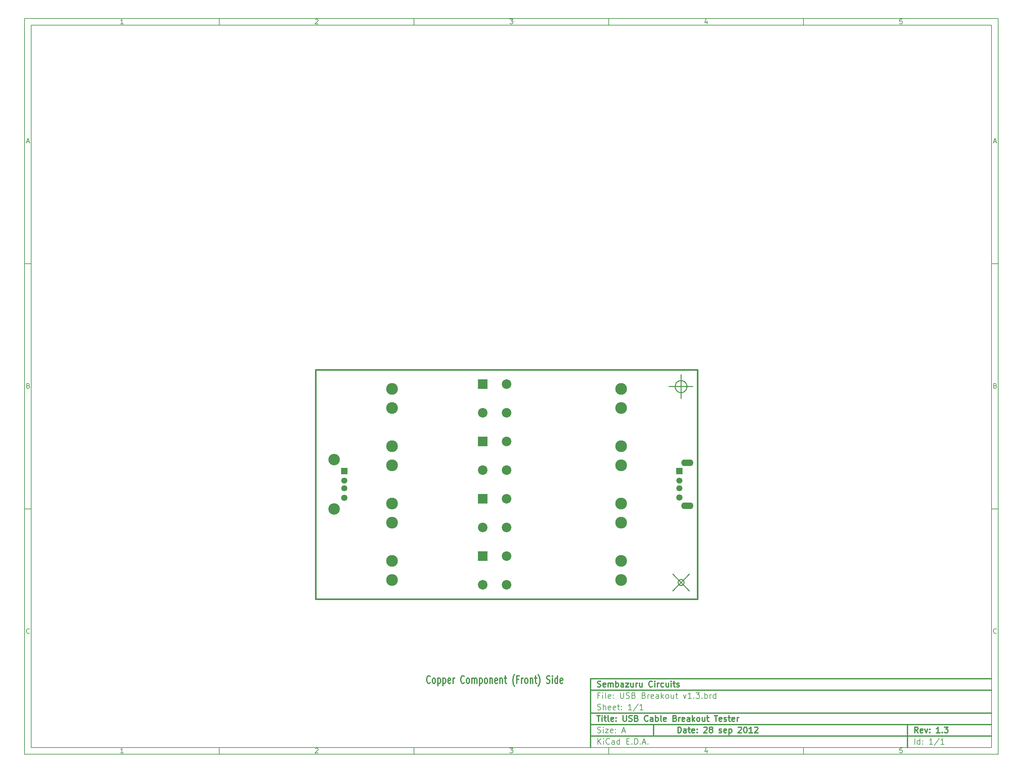
<source format=gtl>
G04 (created by PCBNEW-RS274X (2012-01-19 BZR 3256)-stable) date 28/09/2012 17:59:23*
G01*
G70*
G90*
%MOIN*%
G04 Gerber Fmt 3.4, Leading zero omitted, Abs format*
%FSLAX34Y34*%
G04 APERTURE LIST*
%ADD10C,0.006000*%
%ADD11C,0.012000*%
%ADD12C,0.010000*%
%ADD13C,0.015000*%
%ADD14R,0.100000X0.100000*%
%ADD15C,0.100000*%
%ADD16R,0.066200X0.066200*%
%ADD17O,0.066200X0.059100*%
%ADD18C,0.066200*%
%ADD19O,0.128400X0.069400*%
%ADD20C,0.120600*%
%ADD21C,0.123000*%
G04 APERTURE END LIST*
G54D10*
X-30500Y36750D02*
X71500Y36750D01*
X71500Y-40250D01*
X-30500Y-40250D01*
X-30500Y36750D01*
X-29800Y36050D02*
X70800Y36050D01*
X70800Y-39550D01*
X-29800Y-39550D01*
X-29800Y36050D01*
X-10100Y36750D02*
X-10100Y36050D01*
X-20157Y36198D02*
X-20443Y36198D01*
X-20300Y36198D02*
X-20300Y36698D01*
X-20348Y36626D01*
X-20395Y36579D01*
X-20443Y36555D01*
X-10100Y-40250D02*
X-10100Y-39550D01*
X-20157Y-40102D02*
X-20443Y-40102D01*
X-20300Y-40102D02*
X-20300Y-39602D01*
X-20348Y-39674D01*
X-20395Y-39721D01*
X-20443Y-39745D01*
X10300Y36750D02*
X10300Y36050D01*
X-00043Y36650D02*
X-00019Y36674D01*
X00029Y36698D01*
X00148Y36698D01*
X00195Y36674D01*
X00219Y36650D01*
X00243Y36602D01*
X00243Y36555D01*
X00219Y36483D01*
X-00067Y36198D01*
X00243Y36198D01*
X10300Y-40250D02*
X10300Y-39550D01*
X-00043Y-39650D02*
X-00019Y-39626D01*
X00029Y-39602D01*
X00148Y-39602D01*
X00195Y-39626D01*
X00219Y-39650D01*
X00243Y-39698D01*
X00243Y-39745D01*
X00219Y-39817D01*
X-00067Y-40102D01*
X00243Y-40102D01*
X30700Y36750D02*
X30700Y36050D01*
X20333Y36698D02*
X20643Y36698D01*
X20476Y36507D01*
X20548Y36507D01*
X20595Y36483D01*
X20619Y36460D01*
X20643Y36412D01*
X20643Y36293D01*
X20619Y36245D01*
X20595Y36221D01*
X20548Y36198D01*
X20405Y36198D01*
X20357Y36221D01*
X20333Y36245D01*
X30700Y-40250D02*
X30700Y-39550D01*
X20333Y-39602D02*
X20643Y-39602D01*
X20476Y-39793D01*
X20548Y-39793D01*
X20595Y-39817D01*
X20619Y-39840D01*
X20643Y-39888D01*
X20643Y-40007D01*
X20619Y-40055D01*
X20595Y-40079D01*
X20548Y-40102D01*
X20405Y-40102D01*
X20357Y-40079D01*
X20333Y-40055D01*
X51100Y36750D02*
X51100Y36050D01*
X40995Y36531D02*
X40995Y36198D01*
X40876Y36721D02*
X40757Y36364D01*
X41067Y36364D01*
X51100Y-40250D02*
X51100Y-39550D01*
X40995Y-39769D02*
X40995Y-40102D01*
X40876Y-39579D02*
X40757Y-39936D01*
X41067Y-39936D01*
X61419Y36698D02*
X61181Y36698D01*
X61157Y36460D01*
X61181Y36483D01*
X61229Y36507D01*
X61348Y36507D01*
X61395Y36483D01*
X61419Y36460D01*
X61443Y36412D01*
X61443Y36293D01*
X61419Y36245D01*
X61395Y36221D01*
X61348Y36198D01*
X61229Y36198D01*
X61181Y36221D01*
X61157Y36245D01*
X61419Y-39602D02*
X61181Y-39602D01*
X61157Y-39840D01*
X61181Y-39817D01*
X61229Y-39793D01*
X61348Y-39793D01*
X61395Y-39817D01*
X61419Y-39840D01*
X61443Y-39888D01*
X61443Y-40007D01*
X61419Y-40055D01*
X61395Y-40079D01*
X61348Y-40102D01*
X61229Y-40102D01*
X61181Y-40079D01*
X61157Y-40055D01*
X-30500Y11090D02*
X-29800Y11090D01*
X-30269Y23860D02*
X-30031Y23860D01*
X-30316Y23718D02*
X-30150Y24218D01*
X-29983Y23718D01*
X71500Y11090D02*
X70800Y11090D01*
X71031Y23860D02*
X71269Y23860D01*
X70984Y23718D02*
X71150Y24218D01*
X71317Y23718D01*
X-30500Y-14570D02*
X-29800Y-14570D01*
X-30114Y-01680D02*
X-30043Y-01704D01*
X-30019Y-01728D01*
X-29995Y-01776D01*
X-29995Y-01847D01*
X-30019Y-01895D01*
X-30043Y-01919D01*
X-30090Y-01942D01*
X-30281Y-01942D01*
X-30281Y-01442D01*
X-30114Y-01442D01*
X-30067Y-01466D01*
X-30043Y-01490D01*
X-30019Y-01538D01*
X-30019Y-01585D01*
X-30043Y-01633D01*
X-30067Y-01657D01*
X-30114Y-01680D01*
X-30281Y-01680D01*
X71500Y-14570D02*
X70800Y-14570D01*
X71186Y-01680D02*
X71257Y-01704D01*
X71281Y-01728D01*
X71305Y-01776D01*
X71305Y-01847D01*
X71281Y-01895D01*
X71257Y-01919D01*
X71210Y-01942D01*
X71019Y-01942D01*
X71019Y-01442D01*
X71186Y-01442D01*
X71233Y-01466D01*
X71257Y-01490D01*
X71281Y-01538D01*
X71281Y-01585D01*
X71257Y-01633D01*
X71233Y-01657D01*
X71186Y-01680D01*
X71019Y-01680D01*
X-29995Y-27555D02*
X-30019Y-27579D01*
X-30090Y-27602D01*
X-30138Y-27602D01*
X-30210Y-27579D01*
X-30257Y-27531D01*
X-30281Y-27483D01*
X-30305Y-27388D01*
X-30305Y-27317D01*
X-30281Y-27221D01*
X-30257Y-27174D01*
X-30210Y-27126D01*
X-30138Y-27102D01*
X-30090Y-27102D01*
X-30019Y-27126D01*
X-29995Y-27150D01*
X71305Y-27555D02*
X71281Y-27579D01*
X71210Y-27602D01*
X71162Y-27602D01*
X71090Y-27579D01*
X71043Y-27531D01*
X71019Y-27483D01*
X70995Y-27388D01*
X70995Y-27317D01*
X71019Y-27221D01*
X71043Y-27174D01*
X71090Y-27126D01*
X71162Y-27102D01*
X71210Y-27102D01*
X71281Y-27126D01*
X71305Y-27150D01*
G54D11*
X37943Y-37993D02*
X37943Y-37393D01*
X38086Y-37393D01*
X38171Y-37421D01*
X38229Y-37479D01*
X38257Y-37536D01*
X38286Y-37650D01*
X38286Y-37736D01*
X38257Y-37850D01*
X38229Y-37907D01*
X38171Y-37964D01*
X38086Y-37993D01*
X37943Y-37993D01*
X38800Y-37993D02*
X38800Y-37679D01*
X38771Y-37621D01*
X38714Y-37593D01*
X38600Y-37593D01*
X38543Y-37621D01*
X38800Y-37964D02*
X38743Y-37993D01*
X38600Y-37993D01*
X38543Y-37964D01*
X38514Y-37907D01*
X38514Y-37850D01*
X38543Y-37793D01*
X38600Y-37764D01*
X38743Y-37764D01*
X38800Y-37736D01*
X39000Y-37593D02*
X39229Y-37593D01*
X39086Y-37393D02*
X39086Y-37907D01*
X39114Y-37964D01*
X39172Y-37993D01*
X39229Y-37993D01*
X39657Y-37964D02*
X39600Y-37993D01*
X39486Y-37993D01*
X39429Y-37964D01*
X39400Y-37907D01*
X39400Y-37679D01*
X39429Y-37621D01*
X39486Y-37593D01*
X39600Y-37593D01*
X39657Y-37621D01*
X39686Y-37679D01*
X39686Y-37736D01*
X39400Y-37793D01*
X39943Y-37936D02*
X39971Y-37964D01*
X39943Y-37993D01*
X39914Y-37964D01*
X39943Y-37936D01*
X39943Y-37993D01*
X39943Y-37621D02*
X39971Y-37650D01*
X39943Y-37679D01*
X39914Y-37650D01*
X39943Y-37621D01*
X39943Y-37679D01*
X40657Y-37450D02*
X40686Y-37421D01*
X40743Y-37393D01*
X40886Y-37393D01*
X40943Y-37421D01*
X40972Y-37450D01*
X41000Y-37507D01*
X41000Y-37564D01*
X40972Y-37650D01*
X40629Y-37993D01*
X41000Y-37993D01*
X41343Y-37650D02*
X41285Y-37621D01*
X41257Y-37593D01*
X41228Y-37536D01*
X41228Y-37507D01*
X41257Y-37450D01*
X41285Y-37421D01*
X41343Y-37393D01*
X41457Y-37393D01*
X41514Y-37421D01*
X41543Y-37450D01*
X41571Y-37507D01*
X41571Y-37536D01*
X41543Y-37593D01*
X41514Y-37621D01*
X41457Y-37650D01*
X41343Y-37650D01*
X41285Y-37679D01*
X41257Y-37707D01*
X41228Y-37764D01*
X41228Y-37879D01*
X41257Y-37936D01*
X41285Y-37964D01*
X41343Y-37993D01*
X41457Y-37993D01*
X41514Y-37964D01*
X41543Y-37936D01*
X41571Y-37879D01*
X41571Y-37764D01*
X41543Y-37707D01*
X41514Y-37679D01*
X41457Y-37650D01*
X42256Y-37964D02*
X42313Y-37993D01*
X42428Y-37993D01*
X42485Y-37964D01*
X42513Y-37907D01*
X42513Y-37879D01*
X42485Y-37821D01*
X42428Y-37793D01*
X42342Y-37793D01*
X42285Y-37764D01*
X42256Y-37707D01*
X42256Y-37679D01*
X42285Y-37621D01*
X42342Y-37593D01*
X42428Y-37593D01*
X42485Y-37621D01*
X42999Y-37964D02*
X42942Y-37993D01*
X42828Y-37993D01*
X42771Y-37964D01*
X42742Y-37907D01*
X42742Y-37679D01*
X42771Y-37621D01*
X42828Y-37593D01*
X42942Y-37593D01*
X42999Y-37621D01*
X43028Y-37679D01*
X43028Y-37736D01*
X42742Y-37793D01*
X43285Y-37593D02*
X43285Y-38193D01*
X43285Y-37621D02*
X43342Y-37593D01*
X43456Y-37593D01*
X43513Y-37621D01*
X43542Y-37650D01*
X43571Y-37707D01*
X43571Y-37879D01*
X43542Y-37936D01*
X43513Y-37964D01*
X43456Y-37993D01*
X43342Y-37993D01*
X43285Y-37964D01*
X44256Y-37450D02*
X44285Y-37421D01*
X44342Y-37393D01*
X44485Y-37393D01*
X44542Y-37421D01*
X44571Y-37450D01*
X44599Y-37507D01*
X44599Y-37564D01*
X44571Y-37650D01*
X44228Y-37993D01*
X44599Y-37993D01*
X44970Y-37393D02*
X45027Y-37393D01*
X45084Y-37421D01*
X45113Y-37450D01*
X45142Y-37507D01*
X45170Y-37621D01*
X45170Y-37764D01*
X45142Y-37879D01*
X45113Y-37936D01*
X45084Y-37964D01*
X45027Y-37993D01*
X44970Y-37993D01*
X44913Y-37964D01*
X44884Y-37936D01*
X44856Y-37879D01*
X44827Y-37764D01*
X44827Y-37621D01*
X44856Y-37507D01*
X44884Y-37450D01*
X44913Y-37421D01*
X44970Y-37393D01*
X45741Y-37993D02*
X45398Y-37993D01*
X45570Y-37993D02*
X45570Y-37393D01*
X45513Y-37479D01*
X45455Y-37536D01*
X45398Y-37564D01*
X45969Y-37450D02*
X45998Y-37421D01*
X46055Y-37393D01*
X46198Y-37393D01*
X46255Y-37421D01*
X46284Y-37450D01*
X46312Y-37507D01*
X46312Y-37564D01*
X46284Y-37650D01*
X45941Y-37993D01*
X46312Y-37993D01*
G54D10*
X29543Y-39193D02*
X29543Y-38593D01*
X29886Y-39193D02*
X29629Y-38850D01*
X29886Y-38593D02*
X29543Y-38936D01*
X30143Y-39193D02*
X30143Y-38793D01*
X30143Y-38593D02*
X30114Y-38621D01*
X30143Y-38650D01*
X30171Y-38621D01*
X30143Y-38593D01*
X30143Y-38650D01*
X30772Y-39136D02*
X30743Y-39164D01*
X30657Y-39193D01*
X30600Y-39193D01*
X30515Y-39164D01*
X30457Y-39107D01*
X30429Y-39050D01*
X30400Y-38936D01*
X30400Y-38850D01*
X30429Y-38736D01*
X30457Y-38679D01*
X30515Y-38621D01*
X30600Y-38593D01*
X30657Y-38593D01*
X30743Y-38621D01*
X30772Y-38650D01*
X31286Y-39193D02*
X31286Y-38879D01*
X31257Y-38821D01*
X31200Y-38793D01*
X31086Y-38793D01*
X31029Y-38821D01*
X31286Y-39164D02*
X31229Y-39193D01*
X31086Y-39193D01*
X31029Y-39164D01*
X31000Y-39107D01*
X31000Y-39050D01*
X31029Y-38993D01*
X31086Y-38964D01*
X31229Y-38964D01*
X31286Y-38936D01*
X31829Y-39193D02*
X31829Y-38593D01*
X31829Y-39164D02*
X31772Y-39193D01*
X31658Y-39193D01*
X31600Y-39164D01*
X31572Y-39136D01*
X31543Y-39079D01*
X31543Y-38907D01*
X31572Y-38850D01*
X31600Y-38821D01*
X31658Y-38793D01*
X31772Y-38793D01*
X31829Y-38821D01*
X32572Y-38879D02*
X32772Y-38879D01*
X32858Y-39193D02*
X32572Y-39193D01*
X32572Y-38593D01*
X32858Y-38593D01*
X33115Y-39136D02*
X33143Y-39164D01*
X33115Y-39193D01*
X33086Y-39164D01*
X33115Y-39136D01*
X33115Y-39193D01*
X33401Y-39193D02*
X33401Y-38593D01*
X33544Y-38593D01*
X33629Y-38621D01*
X33687Y-38679D01*
X33715Y-38736D01*
X33744Y-38850D01*
X33744Y-38936D01*
X33715Y-39050D01*
X33687Y-39107D01*
X33629Y-39164D01*
X33544Y-39193D01*
X33401Y-39193D01*
X34001Y-39136D02*
X34029Y-39164D01*
X34001Y-39193D01*
X33972Y-39164D01*
X34001Y-39136D01*
X34001Y-39193D01*
X34258Y-39021D02*
X34544Y-39021D01*
X34201Y-39193D02*
X34401Y-38593D01*
X34601Y-39193D01*
X34801Y-39136D02*
X34829Y-39164D01*
X34801Y-39193D01*
X34772Y-39164D01*
X34801Y-39136D01*
X34801Y-39193D01*
G54D11*
X63086Y-37993D02*
X62886Y-37707D01*
X62743Y-37993D02*
X62743Y-37393D01*
X62971Y-37393D01*
X63029Y-37421D01*
X63057Y-37450D01*
X63086Y-37507D01*
X63086Y-37593D01*
X63057Y-37650D01*
X63029Y-37679D01*
X62971Y-37707D01*
X62743Y-37707D01*
X63571Y-37964D02*
X63514Y-37993D01*
X63400Y-37993D01*
X63343Y-37964D01*
X63314Y-37907D01*
X63314Y-37679D01*
X63343Y-37621D01*
X63400Y-37593D01*
X63514Y-37593D01*
X63571Y-37621D01*
X63600Y-37679D01*
X63600Y-37736D01*
X63314Y-37793D01*
X63800Y-37593D02*
X63943Y-37993D01*
X64085Y-37593D01*
X64314Y-37936D02*
X64342Y-37964D01*
X64314Y-37993D01*
X64285Y-37964D01*
X64314Y-37936D01*
X64314Y-37993D01*
X64314Y-37621D02*
X64342Y-37650D01*
X64314Y-37679D01*
X64285Y-37650D01*
X64314Y-37621D01*
X64314Y-37679D01*
X65371Y-37993D02*
X65028Y-37993D01*
X65200Y-37993D02*
X65200Y-37393D01*
X65143Y-37479D01*
X65085Y-37536D01*
X65028Y-37564D01*
X65628Y-37936D02*
X65656Y-37964D01*
X65628Y-37993D01*
X65599Y-37964D01*
X65628Y-37936D01*
X65628Y-37993D01*
X65857Y-37393D02*
X66228Y-37393D01*
X66028Y-37621D01*
X66114Y-37621D01*
X66171Y-37650D01*
X66200Y-37679D01*
X66228Y-37736D01*
X66228Y-37879D01*
X66200Y-37936D01*
X66171Y-37964D01*
X66114Y-37993D01*
X65942Y-37993D01*
X65885Y-37964D01*
X65857Y-37936D01*
G54D10*
X29514Y-37964D02*
X29600Y-37993D01*
X29743Y-37993D01*
X29800Y-37964D01*
X29829Y-37936D01*
X29857Y-37879D01*
X29857Y-37821D01*
X29829Y-37764D01*
X29800Y-37736D01*
X29743Y-37707D01*
X29629Y-37679D01*
X29571Y-37650D01*
X29543Y-37621D01*
X29514Y-37564D01*
X29514Y-37507D01*
X29543Y-37450D01*
X29571Y-37421D01*
X29629Y-37393D01*
X29771Y-37393D01*
X29857Y-37421D01*
X30114Y-37993D02*
X30114Y-37593D01*
X30114Y-37393D02*
X30085Y-37421D01*
X30114Y-37450D01*
X30142Y-37421D01*
X30114Y-37393D01*
X30114Y-37450D01*
X30343Y-37593D02*
X30657Y-37593D01*
X30343Y-37993D01*
X30657Y-37993D01*
X31114Y-37964D02*
X31057Y-37993D01*
X30943Y-37993D01*
X30886Y-37964D01*
X30857Y-37907D01*
X30857Y-37679D01*
X30886Y-37621D01*
X30943Y-37593D01*
X31057Y-37593D01*
X31114Y-37621D01*
X31143Y-37679D01*
X31143Y-37736D01*
X30857Y-37793D01*
X31400Y-37936D02*
X31428Y-37964D01*
X31400Y-37993D01*
X31371Y-37964D01*
X31400Y-37936D01*
X31400Y-37993D01*
X31400Y-37621D02*
X31428Y-37650D01*
X31400Y-37679D01*
X31371Y-37650D01*
X31400Y-37621D01*
X31400Y-37679D01*
X32114Y-37821D02*
X32400Y-37821D01*
X32057Y-37993D02*
X32257Y-37393D01*
X32457Y-37993D01*
X62743Y-39193D02*
X62743Y-38593D01*
X63286Y-39193D02*
X63286Y-38593D01*
X63286Y-39164D02*
X63229Y-39193D01*
X63115Y-39193D01*
X63057Y-39164D01*
X63029Y-39136D01*
X63000Y-39079D01*
X63000Y-38907D01*
X63029Y-38850D01*
X63057Y-38821D01*
X63115Y-38793D01*
X63229Y-38793D01*
X63286Y-38821D01*
X63572Y-39136D02*
X63600Y-39164D01*
X63572Y-39193D01*
X63543Y-39164D01*
X63572Y-39136D01*
X63572Y-39193D01*
X63572Y-38821D02*
X63600Y-38850D01*
X63572Y-38879D01*
X63543Y-38850D01*
X63572Y-38821D01*
X63572Y-38879D01*
X64629Y-39193D02*
X64286Y-39193D01*
X64458Y-39193D02*
X64458Y-38593D01*
X64401Y-38679D01*
X64343Y-38736D01*
X64286Y-38764D01*
X65314Y-38564D02*
X64800Y-39336D01*
X65829Y-39193D02*
X65486Y-39193D01*
X65658Y-39193D02*
X65658Y-38593D01*
X65601Y-38679D01*
X65543Y-38736D01*
X65486Y-38764D01*
G54D11*
X29457Y-36193D02*
X29800Y-36193D01*
X29629Y-36793D02*
X29629Y-36193D01*
X30000Y-36793D02*
X30000Y-36393D01*
X30000Y-36193D02*
X29971Y-36221D01*
X30000Y-36250D01*
X30028Y-36221D01*
X30000Y-36193D01*
X30000Y-36250D01*
X30200Y-36393D02*
X30429Y-36393D01*
X30286Y-36193D02*
X30286Y-36707D01*
X30314Y-36764D01*
X30372Y-36793D01*
X30429Y-36793D01*
X30715Y-36793D02*
X30657Y-36764D01*
X30629Y-36707D01*
X30629Y-36193D01*
X31171Y-36764D02*
X31114Y-36793D01*
X31000Y-36793D01*
X30943Y-36764D01*
X30914Y-36707D01*
X30914Y-36479D01*
X30943Y-36421D01*
X31000Y-36393D01*
X31114Y-36393D01*
X31171Y-36421D01*
X31200Y-36479D01*
X31200Y-36536D01*
X30914Y-36593D01*
X31457Y-36736D02*
X31485Y-36764D01*
X31457Y-36793D01*
X31428Y-36764D01*
X31457Y-36736D01*
X31457Y-36793D01*
X31457Y-36421D02*
X31485Y-36450D01*
X31457Y-36479D01*
X31428Y-36450D01*
X31457Y-36421D01*
X31457Y-36479D01*
X32200Y-36193D02*
X32200Y-36679D01*
X32228Y-36736D01*
X32257Y-36764D01*
X32314Y-36793D01*
X32428Y-36793D01*
X32486Y-36764D01*
X32514Y-36736D01*
X32543Y-36679D01*
X32543Y-36193D01*
X32800Y-36764D02*
X32886Y-36793D01*
X33029Y-36793D01*
X33086Y-36764D01*
X33115Y-36736D01*
X33143Y-36679D01*
X33143Y-36621D01*
X33115Y-36564D01*
X33086Y-36536D01*
X33029Y-36507D01*
X32915Y-36479D01*
X32857Y-36450D01*
X32829Y-36421D01*
X32800Y-36364D01*
X32800Y-36307D01*
X32829Y-36250D01*
X32857Y-36221D01*
X32915Y-36193D01*
X33057Y-36193D01*
X33143Y-36221D01*
X33600Y-36479D02*
X33686Y-36507D01*
X33714Y-36536D01*
X33743Y-36593D01*
X33743Y-36679D01*
X33714Y-36736D01*
X33686Y-36764D01*
X33628Y-36793D01*
X33400Y-36793D01*
X33400Y-36193D01*
X33600Y-36193D01*
X33657Y-36221D01*
X33686Y-36250D01*
X33714Y-36307D01*
X33714Y-36364D01*
X33686Y-36421D01*
X33657Y-36450D01*
X33600Y-36479D01*
X33400Y-36479D01*
X34800Y-36736D02*
X34771Y-36764D01*
X34685Y-36793D01*
X34628Y-36793D01*
X34543Y-36764D01*
X34485Y-36707D01*
X34457Y-36650D01*
X34428Y-36536D01*
X34428Y-36450D01*
X34457Y-36336D01*
X34485Y-36279D01*
X34543Y-36221D01*
X34628Y-36193D01*
X34685Y-36193D01*
X34771Y-36221D01*
X34800Y-36250D01*
X35314Y-36793D02*
X35314Y-36479D01*
X35285Y-36421D01*
X35228Y-36393D01*
X35114Y-36393D01*
X35057Y-36421D01*
X35314Y-36764D02*
X35257Y-36793D01*
X35114Y-36793D01*
X35057Y-36764D01*
X35028Y-36707D01*
X35028Y-36650D01*
X35057Y-36593D01*
X35114Y-36564D01*
X35257Y-36564D01*
X35314Y-36536D01*
X35600Y-36793D02*
X35600Y-36193D01*
X35600Y-36421D02*
X35657Y-36393D01*
X35771Y-36393D01*
X35828Y-36421D01*
X35857Y-36450D01*
X35886Y-36507D01*
X35886Y-36679D01*
X35857Y-36736D01*
X35828Y-36764D01*
X35771Y-36793D01*
X35657Y-36793D01*
X35600Y-36764D01*
X36229Y-36793D02*
X36171Y-36764D01*
X36143Y-36707D01*
X36143Y-36193D01*
X36685Y-36764D02*
X36628Y-36793D01*
X36514Y-36793D01*
X36457Y-36764D01*
X36428Y-36707D01*
X36428Y-36479D01*
X36457Y-36421D01*
X36514Y-36393D01*
X36628Y-36393D01*
X36685Y-36421D01*
X36714Y-36479D01*
X36714Y-36536D01*
X36428Y-36593D01*
X37628Y-36479D02*
X37714Y-36507D01*
X37742Y-36536D01*
X37771Y-36593D01*
X37771Y-36679D01*
X37742Y-36736D01*
X37714Y-36764D01*
X37656Y-36793D01*
X37428Y-36793D01*
X37428Y-36193D01*
X37628Y-36193D01*
X37685Y-36221D01*
X37714Y-36250D01*
X37742Y-36307D01*
X37742Y-36364D01*
X37714Y-36421D01*
X37685Y-36450D01*
X37628Y-36479D01*
X37428Y-36479D01*
X38028Y-36793D02*
X38028Y-36393D01*
X38028Y-36507D02*
X38056Y-36450D01*
X38085Y-36421D01*
X38142Y-36393D01*
X38199Y-36393D01*
X38627Y-36764D02*
X38570Y-36793D01*
X38456Y-36793D01*
X38399Y-36764D01*
X38370Y-36707D01*
X38370Y-36479D01*
X38399Y-36421D01*
X38456Y-36393D01*
X38570Y-36393D01*
X38627Y-36421D01*
X38656Y-36479D01*
X38656Y-36536D01*
X38370Y-36593D01*
X39170Y-36793D02*
X39170Y-36479D01*
X39141Y-36421D01*
X39084Y-36393D01*
X38970Y-36393D01*
X38913Y-36421D01*
X39170Y-36764D02*
X39113Y-36793D01*
X38970Y-36793D01*
X38913Y-36764D01*
X38884Y-36707D01*
X38884Y-36650D01*
X38913Y-36593D01*
X38970Y-36564D01*
X39113Y-36564D01*
X39170Y-36536D01*
X39456Y-36793D02*
X39456Y-36193D01*
X39513Y-36564D02*
X39684Y-36793D01*
X39684Y-36393D02*
X39456Y-36621D01*
X40028Y-36793D02*
X39970Y-36764D01*
X39942Y-36736D01*
X39913Y-36679D01*
X39913Y-36507D01*
X39942Y-36450D01*
X39970Y-36421D01*
X40028Y-36393D01*
X40113Y-36393D01*
X40170Y-36421D01*
X40199Y-36450D01*
X40228Y-36507D01*
X40228Y-36679D01*
X40199Y-36736D01*
X40170Y-36764D01*
X40113Y-36793D01*
X40028Y-36793D01*
X40742Y-36393D02*
X40742Y-36793D01*
X40485Y-36393D02*
X40485Y-36707D01*
X40513Y-36764D01*
X40571Y-36793D01*
X40656Y-36793D01*
X40713Y-36764D01*
X40742Y-36736D01*
X40942Y-36393D02*
X41171Y-36393D01*
X41028Y-36193D02*
X41028Y-36707D01*
X41056Y-36764D01*
X41114Y-36793D01*
X41171Y-36793D01*
X41742Y-36193D02*
X42085Y-36193D01*
X41914Y-36793D02*
X41914Y-36193D01*
X42513Y-36764D02*
X42456Y-36793D01*
X42342Y-36793D01*
X42285Y-36764D01*
X42256Y-36707D01*
X42256Y-36479D01*
X42285Y-36421D01*
X42342Y-36393D01*
X42456Y-36393D01*
X42513Y-36421D01*
X42542Y-36479D01*
X42542Y-36536D01*
X42256Y-36593D01*
X42770Y-36764D02*
X42827Y-36793D01*
X42942Y-36793D01*
X42999Y-36764D01*
X43027Y-36707D01*
X43027Y-36679D01*
X42999Y-36621D01*
X42942Y-36593D01*
X42856Y-36593D01*
X42799Y-36564D01*
X42770Y-36507D01*
X42770Y-36479D01*
X42799Y-36421D01*
X42856Y-36393D01*
X42942Y-36393D01*
X42999Y-36421D01*
X43199Y-36393D02*
X43428Y-36393D01*
X43285Y-36193D02*
X43285Y-36707D01*
X43313Y-36764D01*
X43371Y-36793D01*
X43428Y-36793D01*
X43856Y-36764D02*
X43799Y-36793D01*
X43685Y-36793D01*
X43628Y-36764D01*
X43599Y-36707D01*
X43599Y-36479D01*
X43628Y-36421D01*
X43685Y-36393D01*
X43799Y-36393D01*
X43856Y-36421D01*
X43885Y-36479D01*
X43885Y-36536D01*
X43599Y-36593D01*
X44142Y-36793D02*
X44142Y-36393D01*
X44142Y-36507D02*
X44170Y-36450D01*
X44199Y-36421D01*
X44256Y-36393D01*
X44313Y-36393D01*
G54D10*
X29743Y-34079D02*
X29543Y-34079D01*
X29543Y-34393D02*
X29543Y-33793D01*
X29829Y-33793D01*
X30057Y-34393D02*
X30057Y-33993D01*
X30057Y-33793D02*
X30028Y-33821D01*
X30057Y-33850D01*
X30085Y-33821D01*
X30057Y-33793D01*
X30057Y-33850D01*
X30429Y-34393D02*
X30371Y-34364D01*
X30343Y-34307D01*
X30343Y-33793D01*
X30885Y-34364D02*
X30828Y-34393D01*
X30714Y-34393D01*
X30657Y-34364D01*
X30628Y-34307D01*
X30628Y-34079D01*
X30657Y-34021D01*
X30714Y-33993D01*
X30828Y-33993D01*
X30885Y-34021D01*
X30914Y-34079D01*
X30914Y-34136D01*
X30628Y-34193D01*
X31171Y-34336D02*
X31199Y-34364D01*
X31171Y-34393D01*
X31142Y-34364D01*
X31171Y-34336D01*
X31171Y-34393D01*
X31171Y-34021D02*
X31199Y-34050D01*
X31171Y-34079D01*
X31142Y-34050D01*
X31171Y-34021D01*
X31171Y-34079D01*
X31914Y-33793D02*
X31914Y-34279D01*
X31942Y-34336D01*
X31971Y-34364D01*
X32028Y-34393D01*
X32142Y-34393D01*
X32200Y-34364D01*
X32228Y-34336D01*
X32257Y-34279D01*
X32257Y-33793D01*
X32514Y-34364D02*
X32600Y-34393D01*
X32743Y-34393D01*
X32800Y-34364D01*
X32829Y-34336D01*
X32857Y-34279D01*
X32857Y-34221D01*
X32829Y-34164D01*
X32800Y-34136D01*
X32743Y-34107D01*
X32629Y-34079D01*
X32571Y-34050D01*
X32543Y-34021D01*
X32514Y-33964D01*
X32514Y-33907D01*
X32543Y-33850D01*
X32571Y-33821D01*
X32629Y-33793D01*
X32771Y-33793D01*
X32857Y-33821D01*
X33314Y-34079D02*
X33400Y-34107D01*
X33428Y-34136D01*
X33457Y-34193D01*
X33457Y-34279D01*
X33428Y-34336D01*
X33400Y-34364D01*
X33342Y-34393D01*
X33114Y-34393D01*
X33114Y-33793D01*
X33314Y-33793D01*
X33371Y-33821D01*
X33400Y-33850D01*
X33428Y-33907D01*
X33428Y-33964D01*
X33400Y-34021D01*
X33371Y-34050D01*
X33314Y-34079D01*
X33114Y-34079D01*
X34371Y-34079D02*
X34457Y-34107D01*
X34485Y-34136D01*
X34514Y-34193D01*
X34514Y-34279D01*
X34485Y-34336D01*
X34457Y-34364D01*
X34399Y-34393D01*
X34171Y-34393D01*
X34171Y-33793D01*
X34371Y-33793D01*
X34428Y-33821D01*
X34457Y-33850D01*
X34485Y-33907D01*
X34485Y-33964D01*
X34457Y-34021D01*
X34428Y-34050D01*
X34371Y-34079D01*
X34171Y-34079D01*
X34771Y-34393D02*
X34771Y-33993D01*
X34771Y-34107D02*
X34799Y-34050D01*
X34828Y-34021D01*
X34885Y-33993D01*
X34942Y-33993D01*
X35370Y-34364D02*
X35313Y-34393D01*
X35199Y-34393D01*
X35142Y-34364D01*
X35113Y-34307D01*
X35113Y-34079D01*
X35142Y-34021D01*
X35199Y-33993D01*
X35313Y-33993D01*
X35370Y-34021D01*
X35399Y-34079D01*
X35399Y-34136D01*
X35113Y-34193D01*
X35913Y-34393D02*
X35913Y-34079D01*
X35884Y-34021D01*
X35827Y-33993D01*
X35713Y-33993D01*
X35656Y-34021D01*
X35913Y-34364D02*
X35856Y-34393D01*
X35713Y-34393D01*
X35656Y-34364D01*
X35627Y-34307D01*
X35627Y-34250D01*
X35656Y-34193D01*
X35713Y-34164D01*
X35856Y-34164D01*
X35913Y-34136D01*
X36199Y-34393D02*
X36199Y-33793D01*
X36256Y-34164D02*
X36427Y-34393D01*
X36427Y-33993D02*
X36199Y-34221D01*
X36771Y-34393D02*
X36713Y-34364D01*
X36685Y-34336D01*
X36656Y-34279D01*
X36656Y-34107D01*
X36685Y-34050D01*
X36713Y-34021D01*
X36771Y-33993D01*
X36856Y-33993D01*
X36913Y-34021D01*
X36942Y-34050D01*
X36971Y-34107D01*
X36971Y-34279D01*
X36942Y-34336D01*
X36913Y-34364D01*
X36856Y-34393D01*
X36771Y-34393D01*
X37485Y-33993D02*
X37485Y-34393D01*
X37228Y-33993D02*
X37228Y-34307D01*
X37256Y-34364D01*
X37314Y-34393D01*
X37399Y-34393D01*
X37456Y-34364D01*
X37485Y-34336D01*
X37685Y-33993D02*
X37914Y-33993D01*
X37771Y-33793D02*
X37771Y-34307D01*
X37799Y-34364D01*
X37857Y-34393D01*
X37914Y-34393D01*
X38514Y-33993D02*
X38657Y-34393D01*
X38799Y-33993D01*
X39342Y-34393D02*
X38999Y-34393D01*
X39171Y-34393D02*
X39171Y-33793D01*
X39114Y-33879D01*
X39056Y-33936D01*
X38999Y-33964D01*
X39599Y-34336D02*
X39627Y-34364D01*
X39599Y-34393D01*
X39570Y-34364D01*
X39599Y-34336D01*
X39599Y-34393D01*
X39828Y-33793D02*
X40199Y-33793D01*
X39999Y-34021D01*
X40085Y-34021D01*
X40142Y-34050D01*
X40171Y-34079D01*
X40199Y-34136D01*
X40199Y-34279D01*
X40171Y-34336D01*
X40142Y-34364D01*
X40085Y-34393D01*
X39913Y-34393D01*
X39856Y-34364D01*
X39828Y-34336D01*
X40456Y-34336D02*
X40484Y-34364D01*
X40456Y-34393D01*
X40427Y-34364D01*
X40456Y-34336D01*
X40456Y-34393D01*
X40742Y-34393D02*
X40742Y-33793D01*
X40742Y-34021D02*
X40799Y-33993D01*
X40913Y-33993D01*
X40970Y-34021D01*
X40999Y-34050D01*
X41028Y-34107D01*
X41028Y-34279D01*
X40999Y-34336D01*
X40970Y-34364D01*
X40913Y-34393D01*
X40799Y-34393D01*
X40742Y-34364D01*
X41285Y-34393D02*
X41285Y-33993D01*
X41285Y-34107D02*
X41313Y-34050D01*
X41342Y-34021D01*
X41399Y-33993D01*
X41456Y-33993D01*
X41913Y-34393D02*
X41913Y-33793D01*
X41913Y-34364D02*
X41856Y-34393D01*
X41742Y-34393D01*
X41684Y-34364D01*
X41656Y-34336D01*
X41627Y-34279D01*
X41627Y-34107D01*
X41656Y-34050D01*
X41684Y-34021D01*
X41742Y-33993D01*
X41856Y-33993D01*
X41913Y-34021D01*
X29514Y-35564D02*
X29600Y-35593D01*
X29743Y-35593D01*
X29800Y-35564D01*
X29829Y-35536D01*
X29857Y-35479D01*
X29857Y-35421D01*
X29829Y-35364D01*
X29800Y-35336D01*
X29743Y-35307D01*
X29629Y-35279D01*
X29571Y-35250D01*
X29543Y-35221D01*
X29514Y-35164D01*
X29514Y-35107D01*
X29543Y-35050D01*
X29571Y-35021D01*
X29629Y-34993D01*
X29771Y-34993D01*
X29857Y-35021D01*
X30114Y-35593D02*
X30114Y-34993D01*
X30371Y-35593D02*
X30371Y-35279D01*
X30342Y-35221D01*
X30285Y-35193D01*
X30200Y-35193D01*
X30142Y-35221D01*
X30114Y-35250D01*
X30885Y-35564D02*
X30828Y-35593D01*
X30714Y-35593D01*
X30657Y-35564D01*
X30628Y-35507D01*
X30628Y-35279D01*
X30657Y-35221D01*
X30714Y-35193D01*
X30828Y-35193D01*
X30885Y-35221D01*
X30914Y-35279D01*
X30914Y-35336D01*
X30628Y-35393D01*
X31399Y-35564D02*
X31342Y-35593D01*
X31228Y-35593D01*
X31171Y-35564D01*
X31142Y-35507D01*
X31142Y-35279D01*
X31171Y-35221D01*
X31228Y-35193D01*
X31342Y-35193D01*
X31399Y-35221D01*
X31428Y-35279D01*
X31428Y-35336D01*
X31142Y-35393D01*
X31599Y-35193D02*
X31828Y-35193D01*
X31685Y-34993D02*
X31685Y-35507D01*
X31713Y-35564D01*
X31771Y-35593D01*
X31828Y-35593D01*
X32028Y-35536D02*
X32056Y-35564D01*
X32028Y-35593D01*
X31999Y-35564D01*
X32028Y-35536D01*
X32028Y-35593D01*
X32028Y-35221D02*
X32056Y-35250D01*
X32028Y-35279D01*
X31999Y-35250D01*
X32028Y-35221D01*
X32028Y-35279D01*
X33085Y-35593D02*
X32742Y-35593D01*
X32914Y-35593D02*
X32914Y-34993D01*
X32857Y-35079D01*
X32799Y-35136D01*
X32742Y-35164D01*
X33770Y-34964D02*
X33256Y-35736D01*
X34285Y-35593D02*
X33942Y-35593D01*
X34114Y-35593D02*
X34114Y-34993D01*
X34057Y-35079D01*
X33999Y-35136D01*
X33942Y-35164D01*
G54D11*
X29514Y-33164D02*
X29600Y-33193D01*
X29743Y-33193D01*
X29800Y-33164D01*
X29829Y-33136D01*
X29857Y-33079D01*
X29857Y-33021D01*
X29829Y-32964D01*
X29800Y-32936D01*
X29743Y-32907D01*
X29629Y-32879D01*
X29571Y-32850D01*
X29543Y-32821D01*
X29514Y-32764D01*
X29514Y-32707D01*
X29543Y-32650D01*
X29571Y-32621D01*
X29629Y-32593D01*
X29771Y-32593D01*
X29857Y-32621D01*
X30342Y-33164D02*
X30285Y-33193D01*
X30171Y-33193D01*
X30114Y-33164D01*
X30085Y-33107D01*
X30085Y-32879D01*
X30114Y-32821D01*
X30171Y-32793D01*
X30285Y-32793D01*
X30342Y-32821D01*
X30371Y-32879D01*
X30371Y-32936D01*
X30085Y-32993D01*
X30628Y-33193D02*
X30628Y-32793D01*
X30628Y-32850D02*
X30656Y-32821D01*
X30714Y-32793D01*
X30799Y-32793D01*
X30856Y-32821D01*
X30885Y-32879D01*
X30885Y-33193D01*
X30885Y-32879D02*
X30914Y-32821D01*
X30971Y-32793D01*
X31056Y-32793D01*
X31114Y-32821D01*
X31142Y-32879D01*
X31142Y-33193D01*
X31428Y-33193D02*
X31428Y-32593D01*
X31428Y-32821D02*
X31485Y-32793D01*
X31599Y-32793D01*
X31656Y-32821D01*
X31685Y-32850D01*
X31714Y-32907D01*
X31714Y-33079D01*
X31685Y-33136D01*
X31656Y-33164D01*
X31599Y-33193D01*
X31485Y-33193D01*
X31428Y-33164D01*
X32228Y-33193D02*
X32228Y-32879D01*
X32199Y-32821D01*
X32142Y-32793D01*
X32028Y-32793D01*
X31971Y-32821D01*
X32228Y-33164D02*
X32171Y-33193D01*
X32028Y-33193D01*
X31971Y-33164D01*
X31942Y-33107D01*
X31942Y-33050D01*
X31971Y-32993D01*
X32028Y-32964D01*
X32171Y-32964D01*
X32228Y-32936D01*
X32457Y-32793D02*
X32771Y-32793D01*
X32457Y-33193D01*
X32771Y-33193D01*
X33257Y-32793D02*
X33257Y-33193D01*
X33000Y-32793D02*
X33000Y-33107D01*
X33028Y-33164D01*
X33086Y-33193D01*
X33171Y-33193D01*
X33228Y-33164D01*
X33257Y-33136D01*
X33543Y-33193D02*
X33543Y-32793D01*
X33543Y-32907D02*
X33571Y-32850D01*
X33600Y-32821D01*
X33657Y-32793D01*
X33714Y-32793D01*
X34171Y-32793D02*
X34171Y-33193D01*
X33914Y-32793D02*
X33914Y-33107D01*
X33942Y-33164D01*
X34000Y-33193D01*
X34085Y-33193D01*
X34142Y-33164D01*
X34171Y-33136D01*
X35257Y-33136D02*
X35228Y-33164D01*
X35142Y-33193D01*
X35085Y-33193D01*
X35000Y-33164D01*
X34942Y-33107D01*
X34914Y-33050D01*
X34885Y-32936D01*
X34885Y-32850D01*
X34914Y-32736D01*
X34942Y-32679D01*
X35000Y-32621D01*
X35085Y-32593D01*
X35142Y-32593D01*
X35228Y-32621D01*
X35257Y-32650D01*
X35514Y-33193D02*
X35514Y-32793D01*
X35514Y-32593D02*
X35485Y-32621D01*
X35514Y-32650D01*
X35542Y-32621D01*
X35514Y-32593D01*
X35514Y-32650D01*
X35800Y-33193D02*
X35800Y-32793D01*
X35800Y-32907D02*
X35828Y-32850D01*
X35857Y-32821D01*
X35914Y-32793D01*
X35971Y-32793D01*
X36428Y-33164D02*
X36371Y-33193D01*
X36257Y-33193D01*
X36199Y-33164D01*
X36171Y-33136D01*
X36142Y-33079D01*
X36142Y-32907D01*
X36171Y-32850D01*
X36199Y-32821D01*
X36257Y-32793D01*
X36371Y-32793D01*
X36428Y-32821D01*
X36942Y-32793D02*
X36942Y-33193D01*
X36685Y-32793D02*
X36685Y-33107D01*
X36713Y-33164D01*
X36771Y-33193D01*
X36856Y-33193D01*
X36913Y-33164D01*
X36942Y-33136D01*
X37228Y-33193D02*
X37228Y-32793D01*
X37228Y-32593D02*
X37199Y-32621D01*
X37228Y-32650D01*
X37256Y-32621D01*
X37228Y-32593D01*
X37228Y-32650D01*
X37428Y-32793D02*
X37657Y-32793D01*
X37514Y-32593D02*
X37514Y-33107D01*
X37542Y-33164D01*
X37600Y-33193D01*
X37657Y-33193D01*
X37828Y-33164D02*
X37885Y-33193D01*
X38000Y-33193D01*
X38057Y-33164D01*
X38085Y-33107D01*
X38085Y-33079D01*
X38057Y-33021D01*
X38000Y-32993D01*
X37914Y-32993D01*
X37857Y-32964D01*
X37828Y-32907D01*
X37828Y-32879D01*
X37857Y-32821D01*
X37914Y-32793D01*
X38000Y-32793D01*
X38057Y-32821D01*
X28800Y-32350D02*
X28800Y-39550D01*
X28800Y-33550D02*
X70800Y-33550D01*
X28800Y-32350D02*
X70800Y-32350D01*
X28800Y-35950D02*
X70800Y-35950D01*
X62000Y-37150D02*
X62000Y-39550D01*
X28800Y-38350D02*
X70800Y-38350D01*
X28800Y-37150D02*
X70800Y-37150D01*
X35400Y-37150D02*
X35400Y-38350D01*
X11986Y-32748D02*
X11957Y-32786D01*
X11871Y-32824D01*
X11814Y-32824D01*
X11729Y-32786D01*
X11671Y-32710D01*
X11643Y-32633D01*
X11614Y-32481D01*
X11614Y-32367D01*
X11643Y-32214D01*
X11671Y-32138D01*
X11729Y-32062D01*
X11814Y-32024D01*
X11871Y-32024D01*
X11957Y-32062D01*
X11986Y-32100D01*
X12329Y-32824D02*
X12271Y-32786D01*
X12243Y-32748D01*
X12214Y-32671D01*
X12214Y-32443D01*
X12243Y-32367D01*
X12271Y-32329D01*
X12329Y-32290D01*
X12414Y-32290D01*
X12471Y-32329D01*
X12500Y-32367D01*
X12529Y-32443D01*
X12529Y-32671D01*
X12500Y-32748D01*
X12471Y-32786D01*
X12414Y-32824D01*
X12329Y-32824D01*
X12786Y-32290D02*
X12786Y-33090D01*
X12786Y-32329D02*
X12843Y-32290D01*
X12957Y-32290D01*
X13014Y-32329D01*
X13043Y-32367D01*
X13072Y-32443D01*
X13072Y-32671D01*
X13043Y-32748D01*
X13014Y-32786D01*
X12957Y-32824D01*
X12843Y-32824D01*
X12786Y-32786D01*
X13329Y-32290D02*
X13329Y-33090D01*
X13329Y-32329D02*
X13386Y-32290D01*
X13500Y-32290D01*
X13557Y-32329D01*
X13586Y-32367D01*
X13615Y-32443D01*
X13615Y-32671D01*
X13586Y-32748D01*
X13557Y-32786D01*
X13500Y-32824D01*
X13386Y-32824D01*
X13329Y-32786D01*
X14100Y-32786D02*
X14043Y-32824D01*
X13929Y-32824D01*
X13872Y-32786D01*
X13843Y-32710D01*
X13843Y-32405D01*
X13872Y-32329D01*
X13929Y-32290D01*
X14043Y-32290D01*
X14100Y-32329D01*
X14129Y-32405D01*
X14129Y-32481D01*
X13843Y-32557D01*
X14386Y-32824D02*
X14386Y-32290D01*
X14386Y-32443D02*
X14414Y-32367D01*
X14443Y-32329D01*
X14500Y-32290D01*
X14557Y-32290D01*
X15557Y-32748D02*
X15528Y-32786D01*
X15442Y-32824D01*
X15385Y-32824D01*
X15300Y-32786D01*
X15242Y-32710D01*
X15214Y-32633D01*
X15185Y-32481D01*
X15185Y-32367D01*
X15214Y-32214D01*
X15242Y-32138D01*
X15300Y-32062D01*
X15385Y-32024D01*
X15442Y-32024D01*
X15528Y-32062D01*
X15557Y-32100D01*
X15900Y-32824D02*
X15842Y-32786D01*
X15814Y-32748D01*
X15785Y-32671D01*
X15785Y-32443D01*
X15814Y-32367D01*
X15842Y-32329D01*
X15900Y-32290D01*
X15985Y-32290D01*
X16042Y-32329D01*
X16071Y-32367D01*
X16100Y-32443D01*
X16100Y-32671D01*
X16071Y-32748D01*
X16042Y-32786D01*
X15985Y-32824D01*
X15900Y-32824D01*
X16357Y-32824D02*
X16357Y-32290D01*
X16357Y-32367D02*
X16385Y-32329D01*
X16443Y-32290D01*
X16528Y-32290D01*
X16585Y-32329D01*
X16614Y-32405D01*
X16614Y-32824D01*
X16614Y-32405D02*
X16643Y-32329D01*
X16700Y-32290D01*
X16785Y-32290D01*
X16843Y-32329D01*
X16871Y-32405D01*
X16871Y-32824D01*
X17157Y-32290D02*
X17157Y-33090D01*
X17157Y-32329D02*
X17214Y-32290D01*
X17328Y-32290D01*
X17385Y-32329D01*
X17414Y-32367D01*
X17443Y-32443D01*
X17443Y-32671D01*
X17414Y-32748D01*
X17385Y-32786D01*
X17328Y-32824D01*
X17214Y-32824D01*
X17157Y-32786D01*
X17786Y-32824D02*
X17728Y-32786D01*
X17700Y-32748D01*
X17671Y-32671D01*
X17671Y-32443D01*
X17700Y-32367D01*
X17728Y-32329D01*
X17786Y-32290D01*
X17871Y-32290D01*
X17928Y-32329D01*
X17957Y-32367D01*
X17986Y-32443D01*
X17986Y-32671D01*
X17957Y-32748D01*
X17928Y-32786D01*
X17871Y-32824D01*
X17786Y-32824D01*
X18243Y-32290D02*
X18243Y-32824D01*
X18243Y-32367D02*
X18271Y-32329D01*
X18329Y-32290D01*
X18414Y-32290D01*
X18471Y-32329D01*
X18500Y-32405D01*
X18500Y-32824D01*
X19014Y-32786D02*
X18957Y-32824D01*
X18843Y-32824D01*
X18786Y-32786D01*
X18757Y-32710D01*
X18757Y-32405D01*
X18786Y-32329D01*
X18843Y-32290D01*
X18957Y-32290D01*
X19014Y-32329D01*
X19043Y-32405D01*
X19043Y-32481D01*
X18757Y-32557D01*
X19300Y-32290D02*
X19300Y-32824D01*
X19300Y-32367D02*
X19328Y-32329D01*
X19386Y-32290D01*
X19471Y-32290D01*
X19528Y-32329D01*
X19557Y-32405D01*
X19557Y-32824D01*
X19757Y-32290D02*
X19986Y-32290D01*
X19843Y-32024D02*
X19843Y-32710D01*
X19871Y-32786D01*
X19929Y-32824D01*
X19986Y-32824D01*
X20814Y-33129D02*
X20786Y-33090D01*
X20729Y-32976D01*
X20700Y-32900D01*
X20671Y-32786D01*
X20643Y-32595D01*
X20643Y-32443D01*
X20671Y-32252D01*
X20700Y-32138D01*
X20729Y-32062D01*
X20786Y-31948D01*
X20814Y-31910D01*
X21243Y-32405D02*
X21043Y-32405D01*
X21043Y-32824D02*
X21043Y-32024D01*
X21329Y-32024D01*
X21557Y-32824D02*
X21557Y-32290D01*
X21557Y-32443D02*
X21585Y-32367D01*
X21614Y-32329D01*
X21671Y-32290D01*
X21728Y-32290D01*
X22014Y-32824D02*
X21956Y-32786D01*
X21928Y-32748D01*
X21899Y-32671D01*
X21899Y-32443D01*
X21928Y-32367D01*
X21956Y-32329D01*
X22014Y-32290D01*
X22099Y-32290D01*
X22156Y-32329D01*
X22185Y-32367D01*
X22214Y-32443D01*
X22214Y-32671D01*
X22185Y-32748D01*
X22156Y-32786D01*
X22099Y-32824D01*
X22014Y-32824D01*
X22471Y-32290D02*
X22471Y-32824D01*
X22471Y-32367D02*
X22499Y-32329D01*
X22557Y-32290D01*
X22642Y-32290D01*
X22699Y-32329D01*
X22728Y-32405D01*
X22728Y-32824D01*
X22928Y-32290D02*
X23157Y-32290D01*
X23014Y-32024D02*
X23014Y-32710D01*
X23042Y-32786D01*
X23100Y-32824D01*
X23157Y-32824D01*
X23300Y-33129D02*
X23328Y-33090D01*
X23385Y-32976D01*
X23414Y-32900D01*
X23443Y-32786D01*
X23471Y-32595D01*
X23471Y-32443D01*
X23443Y-32252D01*
X23414Y-32138D01*
X23385Y-32062D01*
X23328Y-31948D01*
X23300Y-31910D01*
X24185Y-32786D02*
X24271Y-32824D01*
X24414Y-32824D01*
X24471Y-32786D01*
X24500Y-32748D01*
X24528Y-32671D01*
X24528Y-32595D01*
X24500Y-32519D01*
X24471Y-32481D01*
X24414Y-32443D01*
X24300Y-32405D01*
X24242Y-32367D01*
X24214Y-32329D01*
X24185Y-32252D01*
X24185Y-32176D01*
X24214Y-32100D01*
X24242Y-32062D01*
X24300Y-32024D01*
X24442Y-32024D01*
X24528Y-32062D01*
X24785Y-32824D02*
X24785Y-32290D01*
X24785Y-32024D02*
X24756Y-32062D01*
X24785Y-32100D01*
X24813Y-32062D01*
X24785Y-32024D01*
X24785Y-32100D01*
X25328Y-32824D02*
X25328Y-32024D01*
X25328Y-32786D02*
X25271Y-32824D01*
X25157Y-32824D01*
X25099Y-32786D01*
X25071Y-32748D01*
X25042Y-32671D01*
X25042Y-32443D01*
X25071Y-32367D01*
X25099Y-32329D01*
X25157Y-32290D01*
X25271Y-32290D01*
X25328Y-32329D01*
X25842Y-32786D02*
X25785Y-32824D01*
X25671Y-32824D01*
X25614Y-32786D01*
X25585Y-32710D01*
X25585Y-32405D01*
X25614Y-32329D01*
X25671Y-32290D01*
X25785Y-32290D01*
X25842Y-32329D01*
X25871Y-32405D01*
X25871Y-32481D01*
X25585Y-32557D01*
G54D12*
X38562Y-22250D02*
X38556Y-22310D01*
X38538Y-22368D01*
X38509Y-22422D01*
X38471Y-22469D01*
X38424Y-22508D01*
X38370Y-22537D01*
X38312Y-22555D01*
X38252Y-22561D01*
X38192Y-22556D01*
X38134Y-22539D01*
X38080Y-22511D01*
X38032Y-22472D01*
X37993Y-22426D01*
X37964Y-22372D01*
X37945Y-22314D01*
X37939Y-22254D01*
X37944Y-22194D01*
X37960Y-22136D01*
X37988Y-22081D01*
X38026Y-22034D01*
X38072Y-21994D01*
X38126Y-21965D01*
X38184Y-21946D01*
X38244Y-21939D01*
X38304Y-21943D01*
X38362Y-21960D01*
X38417Y-21987D01*
X38465Y-22025D01*
X38504Y-22071D01*
X38535Y-22124D01*
X38554Y-22181D01*
X38561Y-22242D01*
X38562Y-22250D01*
X37375Y-21375D02*
X39125Y-23125D01*
X37375Y-23125D02*
X39125Y-21375D01*
X38875Y-01750D02*
X38863Y-01871D01*
X38827Y-01988D01*
X38770Y-02095D01*
X38693Y-02190D01*
X38599Y-02268D01*
X38492Y-02326D01*
X38375Y-02362D01*
X38254Y-02374D01*
X38133Y-02363D01*
X38016Y-02329D01*
X37908Y-02272D01*
X37813Y-02196D01*
X37735Y-02103D01*
X37676Y-01996D01*
X37639Y-01879D01*
X37626Y-01758D01*
X37636Y-01638D01*
X37669Y-01520D01*
X37725Y-01412D01*
X37801Y-01316D01*
X37894Y-01237D01*
X38000Y-01178D01*
X38116Y-01140D01*
X38237Y-01126D01*
X38358Y-01135D01*
X38476Y-01168D01*
X38584Y-01223D01*
X38681Y-01298D01*
X38760Y-01390D01*
X38820Y-01496D01*
X38859Y-01612D01*
X38874Y-01733D01*
X38875Y-01750D01*
X37000Y-01750D02*
X39500Y-01750D01*
X38250Y-00500D02*
X38250Y-03000D01*
G54D13*
X40000Y-24000D02*
X00000Y-24000D01*
X00000Y00000D02*
X40000Y00000D01*
X00000Y-24000D02*
X00000Y00000D01*
X40000Y00000D02*
X40000Y-24000D01*
G54D14*
X17500Y-01500D03*
G54D15*
X20000Y-01500D03*
X17500Y-04500D03*
X20000Y-04500D03*
G54D16*
X38100Y-10622D03*
G54D17*
X38100Y-11606D03*
X38100Y-12394D03*
G54D18*
X38100Y-13378D03*
G54D19*
X38927Y-09756D03*
X38927Y-14244D03*
G54D14*
X17500Y-19500D03*
G54D15*
X20000Y-19500D03*
X17500Y-22500D03*
X20000Y-22500D03*
G54D14*
X17500Y-13500D03*
G54D15*
X20000Y-13500D03*
X17500Y-16500D03*
X20000Y-16500D03*
G54D14*
X17500Y-07500D03*
G54D15*
X20000Y-07500D03*
X17500Y-10500D03*
X20000Y-10500D03*
G54D18*
X03000Y-13400D03*
G54D17*
X03000Y-12400D03*
X03000Y-11600D03*
G54D16*
X03000Y-10600D03*
G54D20*
X01933Y-14587D03*
X01933Y-09413D03*
G54D21*
X08000Y-16000D03*
X08000Y-14000D03*
X32000Y-04000D03*
X32000Y-02000D03*
X08000Y-22000D03*
X08000Y-20000D03*
X08000Y-10000D03*
X08000Y-08000D03*
X32000Y-22000D03*
X32000Y-20000D03*
X32000Y-16000D03*
X32000Y-14000D03*
X32000Y-10000D03*
X32000Y-08000D03*
X08000Y-04000D03*
X08000Y-02000D03*
M02*

</source>
